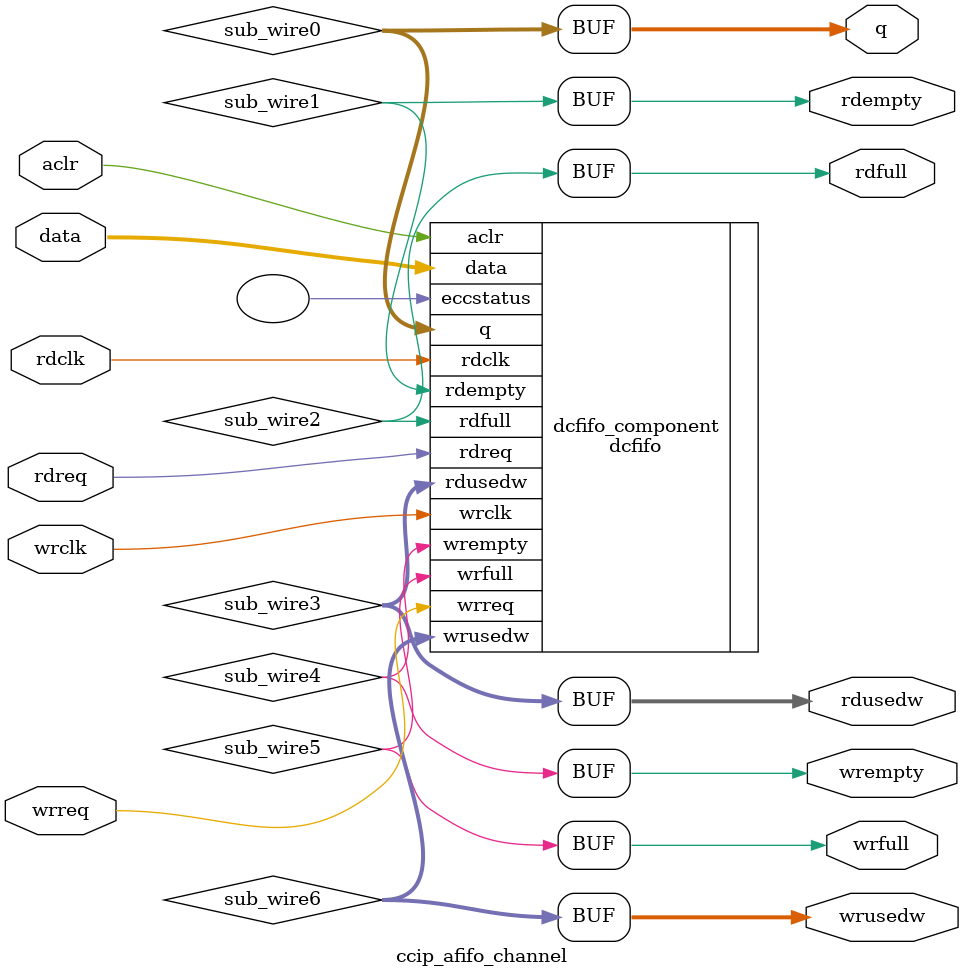
<source format=sv>




// synopsys translate_off
`timescale 1 ps / 1 ps
// synopsys translate_on

module ccip_afifo_channel
  #(
    parameter DATA_WIDTH = 32,
    parameter DEPTH_RADIX = 9
    )
   (
    aclr,
    data,
    rdclk,
    rdreq,
    wrclk,
    wrreq,
    q,
    rdempty,
    rdfull,
    rdusedw,
    wrempty,
    wrfull,
    wrusedw);

    input    aclr;
    input  [DATA_WIDTH-1:0]  data;
    input    rdclk;
    input    rdreq;
    input    wrclk;
    input    wrreq;
    output [DATA_WIDTH-1:0]  q;
    output   rdempty;
    output   rdfull;
    output [DEPTH_RADIX-1:0]  rdusedw;
    output   wrempty;
    output   wrfull;
    output [DEPTH_RADIX-1:0]  wrusedw;
`ifndef ALTERA_RESERVED_QIS
// synopsys translate_off
`endif
    tri0     aclr;
`ifndef ALTERA_RESERVED_QIS
// synopsys translate_on
`endif

    wire [DATA_WIDTH-1:0] sub_wire0;
    wire  sub_wire1;
    wire  sub_wire2;
    wire [DEPTH_RADIX-1:0] sub_wire3;
    wire  sub_wire4;
    wire  sub_wire5;
    wire [DEPTH_RADIX-1:0] sub_wire6;
    wire [DATA_WIDTH-1:0] q = sub_wire0[DATA_WIDTH-1:0];
    wire  rdempty = sub_wire1;
    wire  rdfull = sub_wire2;
    wire [DEPTH_RADIX-1:0] rdusedw = sub_wire3[DEPTH_RADIX-1:0];
    wire  wrempty = sub_wire4;
    wire  wrfull = sub_wire5;
    wire [DEPTH_RADIX-1:0] wrusedw = sub_wire6[DEPTH_RADIX-1:0];

    dcfifo  dcfifo_component (
                .aclr (aclr),
                .data (data),
                .rdclk (rdclk),
                .rdreq (rdreq),
                .wrclk (wrclk),
                .wrreq (wrreq),
                .q (sub_wire0),
                .rdempty (sub_wire1),
                .rdfull (sub_wire2),
                .rdusedw (sub_wire3),
                .wrempty (sub_wire4),
                .wrfull (sub_wire5),
                .wrusedw (sub_wire6),
                .eccstatus ());
    defparam
        dcfifo_component.add_usedw_msb_bit  = "ON",
        dcfifo_component.enable_ecc  = "FALSE",
        dcfifo_component.lpm_hint  = "DISABLE_DCFIFO_EMBEDDED_TIMING_CONSTRAINT=TRUE",
        dcfifo_component.lpm_numwords  = 2**DEPTH_RADIX,
        dcfifo_component.lpm_showahead  = "OFF",
        dcfifo_component.lpm_type  = "dcfifo",
        dcfifo_component.lpm_width  = DATA_WIDTH,
        dcfifo_component.lpm_widthu  = DEPTH_RADIX,
        dcfifo_component.overflow_checking  = "ON",
        dcfifo_component.rdsync_delaypipe  = 5,
        dcfifo_component.read_aclr_synch  = "ON",
        dcfifo_component.underflow_checking  = "ON",
        dcfifo_component.use_eab  = "ON",
        dcfifo_component.write_aclr_synch  = "ON",
        dcfifo_component.wrsync_delaypipe  = 5;


endmodule

</source>
